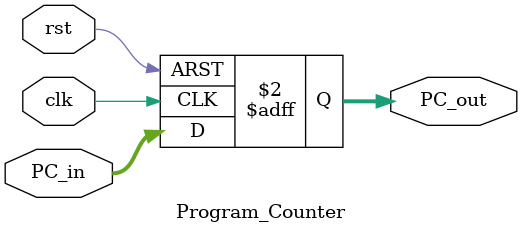
<source format=v>

module Program_Counter (clk, rst, PC_in, PC_out);

input             clk, rst;
input [31:0]      PC_in; // 32bit is the width of each instruction
output reg [31:0] PC_out;

always @(posedge clk or posedge rst)begin
    if (rst) begin
    PC_out <= 32'b00;
    end else begin
    PC_out <= PC_in;
    end
    end
endmodule
</source>
